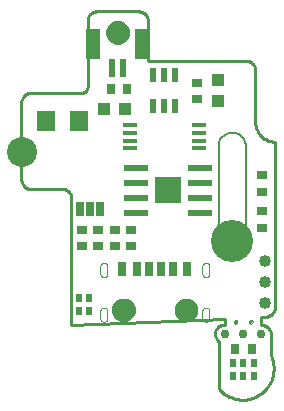
<source format=gts>
G75*
G70*
%OFA0B0*%
%FSLAX24Y24*%
%IPPOS*%
%LPD*%
%AMOC8*
5,1,8,0,0,1.08239X$1,22.5*
%
%ADD10C,0.0050*%
%ADD11C,0.0100*%
%ADD12C,0.0000*%
%ADD13C,0.0120*%
%ADD14R,0.0630X0.0709*%
%ADD15R,0.0433X0.0394*%
%ADD16R,0.0394X0.0433*%
%ADD17R,0.0354X0.0250*%
%ADD18R,0.0250X0.0354*%
%ADD19R,0.0810X0.0240*%
%ADD20R,0.0900X0.0900*%
%ADD21R,0.0217X0.0472*%
%ADD22R,0.0472X0.0138*%
%ADD23R,0.0315X0.0472*%
%ADD24R,0.0299X0.0472*%
%ADD25C,0.0004*%
%ADD26C,0.0500*%
%ADD27C,0.0394*%
%ADD28R,0.0250X0.0500*%
%ADD29C,0.0400*%
%ADD30C,0.0300*%
%ADD31R,0.0236X0.0610*%
%ADD32R,0.0480X0.1000*%
%ADD33R,0.0236X0.0315*%
%ADD34C,0.1000*%
%ADD35C,0.1400*%
D10*
X007158Y005436D02*
X007158Y008596D01*
X007160Y008637D01*
X007165Y008677D01*
X007174Y008717D01*
X007187Y008756D01*
X007203Y008793D01*
X007222Y008829D01*
X007245Y008863D01*
X007270Y008895D01*
X007299Y008925D01*
X007329Y008952D01*
X007362Y008976D01*
X007397Y008997D01*
X007434Y009014D01*
X007472Y009029D01*
X007512Y009040D01*
X007552Y009047D01*
X007593Y009051D01*
X007633Y009051D01*
X007674Y009047D01*
X007714Y009040D01*
X007754Y009029D01*
X007792Y009014D01*
X007829Y008997D01*
X007864Y008976D01*
X007897Y008952D01*
X007927Y008925D01*
X007956Y008895D01*
X007981Y008863D01*
X008004Y008829D01*
X008023Y008793D01*
X008039Y008756D01*
X008052Y008717D01*
X008061Y008677D01*
X008066Y008637D01*
X008068Y008596D01*
X008068Y005436D01*
X008066Y005395D01*
X008061Y005355D01*
X008052Y005315D01*
X008039Y005276D01*
X008023Y005239D01*
X008004Y005203D01*
X007981Y005169D01*
X007956Y005137D01*
X007927Y005107D01*
X007897Y005080D01*
X007864Y005056D01*
X007829Y005035D01*
X007792Y005018D01*
X007754Y005003D01*
X007714Y004992D01*
X007674Y004985D01*
X007633Y004981D01*
X007593Y004981D01*
X007552Y004985D01*
X007512Y004992D01*
X007472Y005003D01*
X007434Y005018D01*
X007397Y005035D01*
X007362Y005056D01*
X007329Y005080D01*
X007299Y005107D01*
X007270Y005137D01*
X007245Y005169D01*
X007222Y005203D01*
X007203Y005239D01*
X007187Y005276D01*
X007174Y005315D01*
X007165Y005355D01*
X007160Y005395D01*
X007158Y005436D01*
D11*
X007364Y002832D02*
X002254Y002646D01*
X002254Y006898D01*
X002248Y006931D01*
X002239Y006963D01*
X002226Y006994D01*
X002210Y007023D01*
X002192Y007050D01*
X002170Y007076D01*
X002146Y007099D01*
X002120Y007119D01*
X002092Y007137D01*
X002062Y007151D01*
X002031Y007162D01*
X001999Y007170D01*
X001966Y007175D01*
X001933Y007176D01*
X001900Y007174D01*
X001899Y007174D02*
X000904Y007174D01*
X000871Y007176D01*
X000839Y007181D01*
X000807Y007189D01*
X000776Y007201D01*
X000747Y007216D01*
X000719Y007234D01*
X000693Y007255D01*
X000670Y007278D01*
X000649Y007304D01*
X000631Y007331D01*
X000616Y007361D01*
X000604Y007392D01*
X000596Y007424D01*
X000591Y007456D01*
X000589Y007489D01*
X000589Y010062D01*
X000591Y010095D01*
X000596Y010127D01*
X000604Y010159D01*
X000616Y010190D01*
X000631Y010219D01*
X000649Y010247D01*
X000670Y010273D01*
X000693Y010296D01*
X000719Y010317D01*
X000747Y010335D01*
X000776Y010350D01*
X000807Y010362D01*
X000839Y010370D01*
X000871Y010375D01*
X000904Y010377D01*
X002595Y010377D01*
X002595Y010376D02*
X002621Y010378D01*
X002646Y010383D01*
X002670Y010391D01*
X002693Y010402D01*
X002715Y010417D01*
X002734Y010434D01*
X002751Y010453D01*
X002766Y010474D01*
X002777Y010498D01*
X002785Y010522D01*
X002790Y010547D01*
X002792Y010573D01*
X002792Y012782D01*
X002794Y012815D01*
X002799Y012847D01*
X002807Y012879D01*
X002819Y012910D01*
X002834Y012939D01*
X002852Y012967D01*
X002873Y012993D01*
X002896Y013016D01*
X002922Y013037D01*
X002950Y013055D01*
X002979Y013070D01*
X003010Y013082D01*
X003042Y013090D01*
X003074Y013095D01*
X003107Y013097D01*
X004489Y013097D01*
X004522Y013095D01*
X004554Y013090D01*
X004586Y013082D01*
X004617Y013070D01*
X004646Y013055D01*
X004674Y013037D01*
X004700Y013016D01*
X004723Y012993D01*
X004744Y012967D01*
X004762Y012939D01*
X004777Y012910D01*
X004789Y012879D01*
X004797Y012847D01*
X004802Y012815D01*
X004804Y012782D01*
X004804Y011456D01*
X008073Y011456D01*
X008073Y011455D02*
X008108Y011452D01*
X008142Y011444D01*
X008175Y011433D01*
X008207Y011419D01*
X008237Y011401D01*
X008265Y011380D01*
X008291Y011356D01*
X008315Y011330D01*
X008335Y011302D01*
X008352Y011271D01*
X008367Y011239D01*
X008377Y011206D01*
X008384Y011171D01*
X008388Y011136D01*
X008387Y011101D01*
X008388Y011101D02*
X008388Y009382D01*
X008387Y009381D02*
X008391Y009333D01*
X008397Y009285D01*
X008408Y009237D01*
X008422Y009191D01*
X008439Y009145D01*
X008460Y009101D01*
X008484Y009059D01*
X008511Y009019D01*
X008541Y008981D01*
X008574Y008945D01*
X008610Y008911D01*
X008647Y008881D01*
X008687Y008853D01*
X008729Y008828D01*
X008773Y008807D01*
X008818Y008789D01*
X008864Y008774D01*
X008912Y008763D01*
X008960Y008756D01*
X009008Y008752D01*
X009057Y008751D01*
X009057Y008752D02*
X009057Y003294D01*
X009055Y003255D01*
X009049Y003217D01*
X009040Y003180D01*
X009027Y003143D01*
X009010Y003108D01*
X008991Y003075D01*
X008968Y003044D01*
X008942Y003015D01*
X008913Y002989D01*
X008882Y002966D01*
X008849Y002947D01*
X008814Y002930D01*
X008777Y002917D01*
X008740Y002908D01*
X008702Y002902D01*
X008663Y002900D01*
X008663Y002901D02*
X008585Y002901D01*
X008585Y002646D01*
X008618Y002644D01*
X008650Y002639D01*
X008682Y002631D01*
X008713Y002619D01*
X008742Y002604D01*
X008770Y002586D01*
X008796Y002565D01*
X008819Y002542D01*
X008840Y002516D01*
X008858Y002488D01*
X008873Y002459D01*
X008885Y002428D01*
X008893Y002396D01*
X008898Y002364D01*
X008900Y002331D01*
X008900Y001623D01*
X008925Y001565D01*
X008947Y001505D01*
X008964Y001444D01*
X008978Y001382D01*
X008988Y001320D01*
X008995Y001257D01*
X008997Y001193D01*
X008995Y001130D01*
X008990Y001066D01*
X008981Y001004D01*
X008968Y000942D01*
X008951Y000880D01*
X008930Y000820D01*
X008906Y000762D01*
X008878Y000705D01*
X008847Y000649D01*
X008813Y000596D01*
X008775Y000545D01*
X008734Y000496D01*
X008690Y000450D01*
X008644Y000407D01*
X008595Y000367D01*
X008544Y000329D01*
X008490Y000295D01*
X008435Y000265D01*
X008377Y000237D01*
X008318Y000214D01*
X008258Y000194D01*
X008197Y000177D01*
X008135Y000165D01*
X008072Y000156D01*
X008009Y000151D01*
X007945Y000150D01*
X007882Y000153D01*
X007819Y000160D01*
X007756Y000170D01*
X007694Y000185D01*
X007633Y000203D01*
X007574Y000225D01*
X007516Y000251D01*
X007459Y000280D01*
X007405Y000312D01*
X007352Y000348D01*
X007302Y000387D01*
X007254Y000428D01*
X007209Y000473D01*
X007167Y000520D01*
X007167Y002095D01*
X007168Y002096D02*
X007141Y002117D01*
X007116Y002141D01*
X007095Y002168D01*
X007076Y002197D01*
X007061Y002228D01*
X007050Y002260D01*
X007042Y002293D01*
X007038Y002328D01*
X007039Y002362D01*
X007043Y002396D01*
X007050Y002430D01*
X007062Y002462D01*
X007077Y002493D01*
X007096Y002522D01*
X007117Y002548D01*
X007142Y002572D01*
X007169Y002593D01*
X007198Y002611D01*
X007229Y002626D01*
X007262Y002637D01*
X007296Y002644D01*
X007330Y002647D01*
X007364Y002646D01*
X007364Y002832D01*
D12*
X007670Y002746D02*
X007672Y002761D01*
X007677Y002775D01*
X007686Y002787D01*
X007698Y002797D01*
X007711Y002803D01*
X007726Y002806D01*
X007741Y002805D01*
X007756Y002800D01*
X007768Y002792D01*
X007779Y002781D01*
X007786Y002768D01*
X007790Y002754D01*
X007790Y002738D01*
X007786Y002724D01*
X007779Y002711D01*
X007768Y002700D01*
X007756Y002692D01*
X007741Y002687D01*
X007726Y002686D01*
X007711Y002689D01*
X007698Y002695D01*
X007686Y002705D01*
X007677Y002717D01*
X007672Y002731D01*
X007670Y002746D01*
X008180Y002746D02*
X008182Y002761D01*
X008187Y002775D01*
X008196Y002787D01*
X008208Y002797D01*
X008221Y002803D01*
X008236Y002806D01*
X008251Y002805D01*
X008266Y002800D01*
X008278Y002792D01*
X008289Y002781D01*
X008296Y002768D01*
X008300Y002754D01*
X008300Y002738D01*
X008296Y002724D01*
X008289Y002711D01*
X008278Y002700D01*
X008266Y002692D01*
X008251Y002687D01*
X008236Y002686D01*
X008221Y002689D01*
X008208Y002695D01*
X008196Y002705D01*
X008187Y002717D01*
X008182Y002731D01*
X008180Y002746D01*
D13*
X008240Y002746D03*
X007730Y002746D03*
D14*
X002496Y009426D03*
X001414Y009426D03*
D15*
X007150Y010092D03*
X007150Y010801D03*
D16*
X004056Y009846D03*
X003347Y009846D03*
D17*
X003150Y005820D03*
X003150Y005273D03*
X003700Y005273D03*
X003700Y005820D03*
X004250Y005820D03*
X004250Y005273D03*
X002600Y005273D03*
X002600Y005820D03*
X006433Y010173D03*
X006433Y010720D03*
X008600Y007637D03*
X008600Y007090D03*
X008600Y006437D03*
X008600Y005890D03*
D18*
X008261Y001846D03*
X007714Y001846D03*
X004117Y010496D03*
X003570Y010496D03*
D19*
X004410Y007880D03*
X004410Y007380D03*
X004410Y006880D03*
X004410Y006380D03*
X006530Y006380D03*
X006530Y006880D03*
X006530Y007380D03*
X006530Y007880D03*
D20*
X005470Y007130D03*
D21*
X005350Y009934D03*
X004976Y009934D03*
X004976Y010958D03*
X005350Y010958D03*
X005724Y010958D03*
X005724Y009934D03*
D22*
X006502Y009301D03*
X006502Y009045D03*
X006502Y008789D03*
X006502Y008533D03*
X004198Y008533D03*
X004198Y008789D03*
X004198Y009045D03*
X004198Y009301D03*
D23*
X004438Y004504D03*
X003954Y004504D03*
X005635Y004504D03*
X006119Y004504D03*
D24*
X005233Y004504D03*
X004840Y004504D03*
D25*
X003454Y004600D02*
X003454Y004356D01*
X003452Y004336D01*
X003447Y004316D01*
X003438Y004297D01*
X003426Y004280D01*
X003412Y004266D01*
X003395Y004254D01*
X003376Y004245D01*
X003356Y004240D01*
X003336Y004238D01*
X003316Y004240D01*
X003296Y004245D01*
X003277Y004254D01*
X003260Y004266D01*
X003246Y004280D01*
X003234Y004297D01*
X003225Y004316D01*
X003220Y004336D01*
X003218Y004356D01*
X003218Y004600D01*
X003220Y004620D01*
X003225Y004640D01*
X003234Y004659D01*
X003246Y004676D01*
X003260Y004690D01*
X003277Y004702D01*
X003296Y004711D01*
X003316Y004716D01*
X003336Y004718D01*
X003356Y004716D01*
X003376Y004711D01*
X003395Y004702D01*
X003412Y004690D01*
X003426Y004676D01*
X003438Y004659D01*
X003447Y004640D01*
X003452Y004620D01*
X003454Y004600D01*
X003454Y003104D02*
X003454Y002860D01*
X003452Y002840D01*
X003447Y002820D01*
X003438Y002801D01*
X003426Y002784D01*
X003412Y002770D01*
X003395Y002758D01*
X003376Y002749D01*
X003356Y002744D01*
X003336Y002742D01*
X003316Y002744D01*
X003296Y002749D01*
X003277Y002758D01*
X003260Y002770D01*
X003246Y002784D01*
X003234Y002801D01*
X003225Y002820D01*
X003220Y002840D01*
X003218Y002860D01*
X003218Y003104D01*
X003220Y003124D01*
X003225Y003144D01*
X003234Y003163D01*
X003246Y003180D01*
X003260Y003194D01*
X003277Y003206D01*
X003296Y003215D01*
X003316Y003220D01*
X003336Y003222D01*
X003356Y003220D01*
X003376Y003215D01*
X003395Y003206D01*
X003412Y003194D01*
X003426Y003180D01*
X003438Y003163D01*
X003447Y003144D01*
X003452Y003124D01*
X003454Y003104D01*
X006619Y003104D02*
X006619Y002860D01*
X006621Y002840D01*
X006626Y002820D01*
X006635Y002801D01*
X006647Y002784D01*
X006661Y002770D01*
X006678Y002758D01*
X006697Y002749D01*
X006717Y002744D01*
X006737Y002742D01*
X006757Y002744D01*
X006777Y002749D01*
X006796Y002758D01*
X006813Y002770D01*
X006827Y002784D01*
X006839Y002801D01*
X006848Y002820D01*
X006853Y002840D01*
X006855Y002860D01*
X006855Y003104D01*
X006853Y003124D01*
X006848Y003144D01*
X006839Y003163D01*
X006827Y003180D01*
X006813Y003194D01*
X006796Y003206D01*
X006777Y003215D01*
X006757Y003220D01*
X006737Y003222D01*
X006717Y003220D01*
X006697Y003215D01*
X006678Y003206D01*
X006661Y003194D01*
X006647Y003180D01*
X006635Y003163D01*
X006626Y003144D01*
X006621Y003124D01*
X006619Y003104D01*
X006619Y004356D02*
X006619Y004600D01*
X006621Y004620D01*
X006626Y004640D01*
X006635Y004659D01*
X006647Y004676D01*
X006661Y004690D01*
X006678Y004702D01*
X006697Y004711D01*
X006717Y004716D01*
X006737Y004718D01*
X006757Y004716D01*
X006777Y004711D01*
X006796Y004702D01*
X006813Y004690D01*
X006827Y004676D01*
X006839Y004659D01*
X006848Y004640D01*
X006853Y004620D01*
X006855Y004600D01*
X006855Y004356D01*
X006853Y004336D01*
X006848Y004316D01*
X006839Y004297D01*
X006827Y004280D01*
X006813Y004266D01*
X006796Y004254D01*
X006777Y004245D01*
X006757Y004240D01*
X006737Y004238D01*
X006717Y004240D01*
X006697Y004245D01*
X006678Y004254D01*
X006661Y004266D01*
X006647Y004280D01*
X006635Y004297D01*
X006626Y004316D01*
X006621Y004336D01*
X006619Y004356D01*
D26*
X005930Y003146D02*
X005932Y003169D01*
X005938Y003192D01*
X005947Y003214D01*
X005960Y003233D01*
X005976Y003250D01*
X005994Y003265D01*
X006015Y003276D01*
X006037Y003284D01*
X006060Y003288D01*
X006084Y003288D01*
X006107Y003284D01*
X006129Y003276D01*
X006150Y003265D01*
X006168Y003250D01*
X006184Y003233D01*
X006197Y003214D01*
X006206Y003192D01*
X006212Y003169D01*
X006214Y003146D01*
X006212Y003123D01*
X006206Y003100D01*
X006197Y003078D01*
X006184Y003059D01*
X006168Y003042D01*
X006150Y003027D01*
X006129Y003016D01*
X006107Y003008D01*
X006084Y003004D01*
X006060Y003004D01*
X006037Y003008D01*
X006015Y003016D01*
X005994Y003027D01*
X005976Y003042D01*
X005960Y003059D01*
X005947Y003078D01*
X005938Y003100D01*
X005932Y003123D01*
X005930Y003146D01*
X003845Y003146D02*
X003847Y003169D01*
X003853Y003192D01*
X003862Y003214D01*
X003875Y003233D01*
X003891Y003250D01*
X003909Y003265D01*
X003930Y003276D01*
X003952Y003284D01*
X003975Y003288D01*
X003999Y003288D01*
X004022Y003284D01*
X004044Y003276D01*
X004065Y003265D01*
X004083Y003250D01*
X004099Y003233D01*
X004112Y003214D01*
X004121Y003192D01*
X004127Y003169D01*
X004129Y003146D01*
X004127Y003123D01*
X004121Y003100D01*
X004112Y003078D01*
X004099Y003059D01*
X004083Y003042D01*
X004065Y003027D01*
X004044Y003016D01*
X004022Y003008D01*
X003999Y003004D01*
X003975Y003004D01*
X003952Y003008D01*
X003930Y003016D01*
X003909Y003027D01*
X003891Y003042D01*
X003875Y003059D01*
X003862Y003078D01*
X003853Y003100D01*
X003847Y003123D01*
X003845Y003146D01*
X003651Y012396D02*
X003653Y012419D01*
X003659Y012442D01*
X003668Y012464D01*
X003681Y012483D01*
X003697Y012500D01*
X003715Y012515D01*
X003736Y012526D01*
X003758Y012534D01*
X003781Y012538D01*
X003805Y012538D01*
X003828Y012534D01*
X003850Y012526D01*
X003871Y012515D01*
X003889Y012500D01*
X003905Y012483D01*
X003918Y012464D01*
X003927Y012442D01*
X003933Y012419D01*
X003935Y012396D01*
X003933Y012373D01*
X003927Y012350D01*
X003918Y012328D01*
X003905Y012309D01*
X003889Y012292D01*
X003871Y012277D01*
X003850Y012266D01*
X003828Y012258D01*
X003805Y012254D01*
X003781Y012254D01*
X003758Y012258D01*
X003736Y012266D01*
X003715Y012277D01*
X003697Y012292D01*
X003681Y012309D01*
X003668Y012328D01*
X003659Y012350D01*
X003653Y012373D01*
X003651Y012396D01*
D27*
X003793Y012396D03*
X003987Y003146D03*
X006072Y003146D03*
D28*
X003195Y006521D03*
X002875Y006521D03*
X002555Y006521D03*
D29*
X008700Y004784D03*
X008700Y004084D03*
X008700Y003384D03*
D30*
X008587Y002346D03*
X007987Y002346D03*
X007387Y002346D03*
D31*
X003990Y011202D03*
X003597Y011202D03*
D32*
X002985Y011996D03*
X004602Y011996D03*
D33*
X002850Y003525D03*
X002500Y003525D03*
X002500Y003092D03*
X002850Y003092D03*
X007637Y001363D03*
X007987Y001363D03*
X008337Y001363D03*
X008337Y000930D03*
X007987Y000930D03*
X007637Y000930D03*
D34*
X000600Y008396D03*
D35*
X007615Y005436D03*
M02*

</source>
